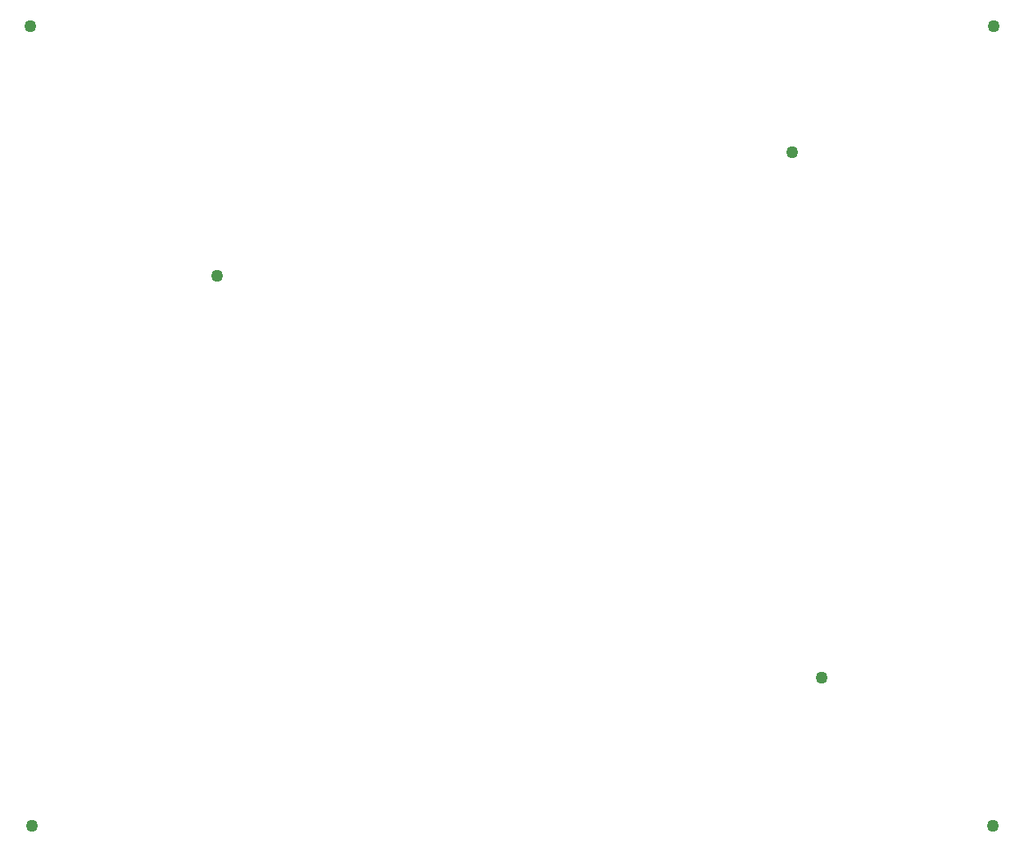
<source format=gbl>
G04*
G04 #@! TF.GenerationSoftware,Altium Limited,Altium Designer,21.4.1 (30)*
G04*
G04 Layer_Physical_Order=2*
G04 Layer_Color=16711680*
%FSLAX42Y42*%
%MOMM*%
G71*
G04*
G04 #@! TF.SameCoordinates,E2F270B4-6BBA-4985-9D84-7226317FA361*
G04*
G04*
G04 #@! TF.FilePolarity,Positive*
G04*
G01*
G75*
%ADD32C,1.27*%
D32*
X12263Y10152D02*
D03*
X12568Y4714D02*
D03*
X14351Y11455D02*
D03*
X14338Y3188D02*
D03*
X4407D02*
D03*
X4394Y11455D02*
D03*
X6325Y8877D02*
D03*
M02*

</source>
